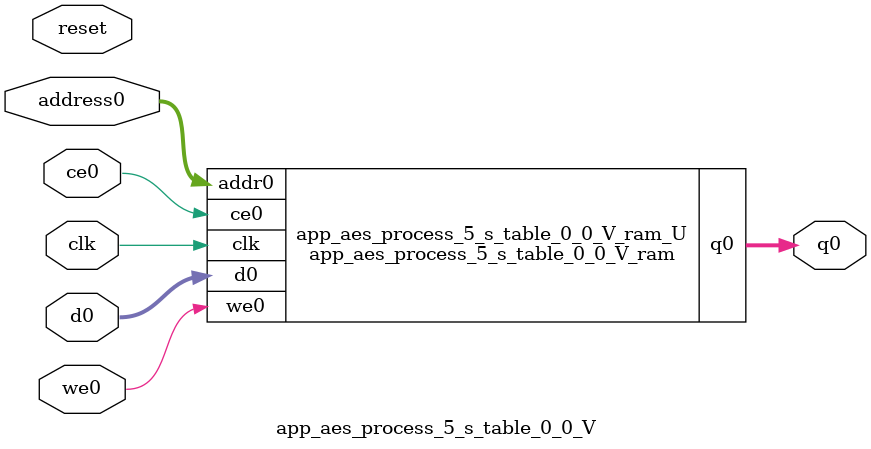
<source format=v>

`timescale 1 ns / 1 ps
module app_aes_process_5_s_table_0_0_V_ram (addr0, ce0, d0, we0, q0,  clk);

parameter DWIDTH = 8;
parameter AWIDTH = 6;
parameter MEM_SIZE = 64;

input[AWIDTH-1:0] addr0;
input ce0;
input[DWIDTH-1:0] d0;
input we0;
output reg[DWIDTH-1:0] q0;
input clk;

(* ram_style = "distributed" *)reg [DWIDTH-1:0] ram[0:MEM_SIZE-1];




always @(posedge clk)  
begin 
    if (ce0) 
    begin
        if (we0) 
        begin 
            ram[addr0] <= d0; 
            q0 <= d0;
        end 
        else 
            q0 <= ram[addr0];
    end
end


endmodule


`timescale 1 ns / 1 ps
module app_aes_process_5_s_table_0_0_V(
    reset,
    clk,
    address0,
    ce0,
    we0,
    d0,
    q0);

parameter DataWidth = 32'd8;
parameter AddressRange = 32'd64;
parameter AddressWidth = 32'd6;
input reset;
input clk;
input[AddressWidth - 1:0] address0;
input ce0;
input we0;
input[DataWidth - 1:0] d0;
output[DataWidth - 1:0] q0;



app_aes_process_5_s_table_0_0_V_ram app_aes_process_5_s_table_0_0_V_ram_U(
    .clk( clk ),
    .addr0( address0 ),
    .ce0( ce0 ),
    .d0( d0 ),
    .we0( we0 ),
    .q0( q0 ));

endmodule


</source>
